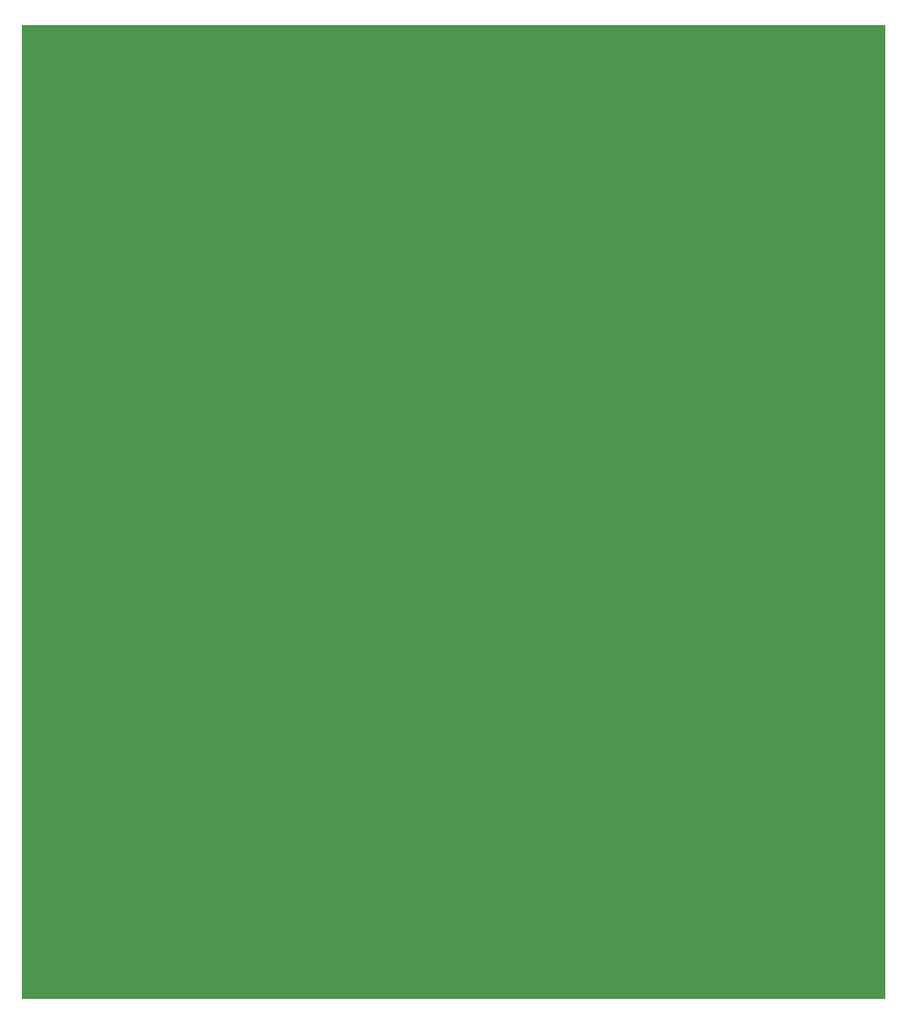
<source format=gbr>
G04 DipTrace Beta 2.3.5.2*
%INBoard.gbr*%
%MOIN*%
%ADD11C,0.0055*%
%FSLAX44Y44*%
G04*
G70*
G90*
G75*
G01*
%LNBoardPoly*%
%LPD*%
G36*
X3940Y3940D2*
D11*
X39440D1*
Y43940D1*
X3940D1*
Y3940D1*
G37*
M02*

</source>
